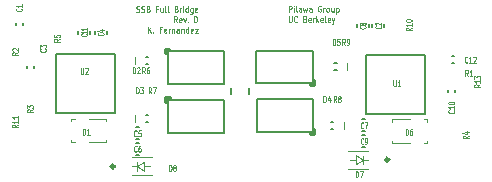
<source format=gbr>
G04 #@! TF.GenerationSoftware,KiCad,Pcbnew,(5.0.0)*
G04 #@! TF.CreationDate,2019-11-01T16:10:57-07:00*
G04 #@! TF.ProjectId,Buffer - Rev D,427566666572202D2052657620442E6B,rev?*
G04 #@! TF.SameCoordinates,Original*
G04 #@! TF.FileFunction,Legend,Top*
G04 #@! TF.FilePolarity,Positive*
%FSLAX46Y46*%
G04 Gerber Fmt 4.6, Leading zero omitted, Abs format (unit mm)*
G04 Created by KiCad (PCBNEW (5.0.0)) date 11/01/19 16:10:57*
%MOMM*%
%LPD*%
G01*
G04 APERTURE LIST*
%ADD10C,0.111125*%
%ADD11C,0.150000*%
%ADD12C,0.120000*%
%ADD13C,0.100000*%
%ADD14C,0.300000*%
%ADD15C,0.063500*%
G04 APERTURE END LIST*
D10*
X24409664Y14557752D02*
X24409664Y15065752D01*
X24578997Y15065752D01*
X24621331Y15041562D01*
X24642497Y15017371D01*
X24663664Y14968990D01*
X24663664Y14896419D01*
X24642497Y14848038D01*
X24621331Y14823847D01*
X24578997Y14799657D01*
X24409664Y14799657D01*
X24854164Y14557752D02*
X24854164Y14896419D01*
X24854164Y15065752D02*
X24832997Y15041562D01*
X24854164Y15017371D01*
X24875331Y15041562D01*
X24854164Y15065752D01*
X24854164Y15017371D01*
X25129331Y14557752D02*
X25086997Y14581942D01*
X25065831Y14630323D01*
X25065831Y15065752D01*
X25489164Y14557752D02*
X25489164Y14823847D01*
X25467997Y14872228D01*
X25425664Y14896419D01*
X25340997Y14896419D01*
X25298664Y14872228D01*
X25489164Y14581942D02*
X25446831Y14557752D01*
X25340997Y14557752D01*
X25298664Y14581942D01*
X25277497Y14630323D01*
X25277497Y14678704D01*
X25298664Y14727085D01*
X25340997Y14751276D01*
X25446831Y14751276D01*
X25489164Y14775466D01*
X25658497Y14896419D02*
X25743164Y14557752D01*
X25827831Y14799657D01*
X25912497Y14557752D01*
X25997164Y14896419D01*
X26356997Y14557752D02*
X26356997Y14823847D01*
X26335831Y14872228D01*
X26293497Y14896419D01*
X26208831Y14896419D01*
X26166497Y14872228D01*
X26356997Y14581942D02*
X26314664Y14557752D01*
X26208831Y14557752D01*
X26166497Y14581942D01*
X26145331Y14630323D01*
X26145331Y14678704D01*
X26166497Y14727085D01*
X26208831Y14751276D01*
X26314664Y14751276D01*
X26356997Y14775466D01*
X27140164Y15041562D02*
X27097831Y15065752D01*
X27034331Y15065752D01*
X26970831Y15041562D01*
X26928497Y14993181D01*
X26907331Y14944800D01*
X26886164Y14848038D01*
X26886164Y14775466D01*
X26907331Y14678704D01*
X26928497Y14630323D01*
X26970831Y14581942D01*
X27034331Y14557752D01*
X27076664Y14557752D01*
X27140164Y14581942D01*
X27161331Y14606133D01*
X27161331Y14775466D01*
X27076664Y14775466D01*
X27351831Y14557752D02*
X27351831Y14896419D01*
X27351831Y14799657D02*
X27372997Y14848038D01*
X27394164Y14872228D01*
X27436497Y14896419D01*
X27478831Y14896419D01*
X27690497Y14557752D02*
X27648164Y14581942D01*
X27626997Y14606133D01*
X27605831Y14654514D01*
X27605831Y14799657D01*
X27626997Y14848038D01*
X27648164Y14872228D01*
X27690497Y14896419D01*
X27753997Y14896419D01*
X27796331Y14872228D01*
X27817497Y14848038D01*
X27838664Y14799657D01*
X27838664Y14654514D01*
X27817497Y14606133D01*
X27796331Y14581942D01*
X27753997Y14557752D01*
X27690497Y14557752D01*
X28219664Y14896419D02*
X28219664Y14557752D01*
X28029164Y14896419D02*
X28029164Y14630323D01*
X28050331Y14581942D01*
X28092664Y14557752D01*
X28156164Y14557752D01*
X28198497Y14581942D01*
X28219664Y14606133D01*
X28431331Y14896419D02*
X28431331Y14388419D01*
X28431331Y14872228D02*
X28473664Y14896419D01*
X28558331Y14896419D01*
X28600664Y14872228D01*
X28621831Y14848038D01*
X28642997Y14799657D01*
X28642997Y14654514D01*
X28621831Y14606133D01*
X28600664Y14581942D01*
X28558331Y14557752D01*
X28473664Y14557752D01*
X28431331Y14581942D01*
X24409664Y14192627D02*
X24409664Y13781389D01*
X24430831Y13733008D01*
X24451997Y13708817D01*
X24494331Y13684627D01*
X24578997Y13684627D01*
X24621331Y13708817D01*
X24642497Y13733008D01*
X24663664Y13781389D01*
X24663664Y14192627D01*
X25129331Y13733008D02*
X25108164Y13708817D01*
X25044664Y13684627D01*
X25002331Y13684627D01*
X24938831Y13708817D01*
X24896497Y13757198D01*
X24875331Y13805579D01*
X24854164Y13902341D01*
X24854164Y13974913D01*
X24875331Y14071675D01*
X24896497Y14120056D01*
X24938831Y14168437D01*
X25002331Y14192627D01*
X25044664Y14192627D01*
X25108164Y14168437D01*
X25129331Y14144246D01*
X25806664Y13950722D02*
X25870164Y13926532D01*
X25891331Y13902341D01*
X25912497Y13853960D01*
X25912497Y13781389D01*
X25891331Y13733008D01*
X25870164Y13708817D01*
X25827831Y13684627D01*
X25658497Y13684627D01*
X25658497Y14192627D01*
X25806664Y14192627D01*
X25848997Y14168437D01*
X25870164Y14144246D01*
X25891331Y14095865D01*
X25891331Y14047484D01*
X25870164Y13999103D01*
X25848997Y13974913D01*
X25806664Y13950722D01*
X25658497Y13950722D01*
X26272331Y13708817D02*
X26229997Y13684627D01*
X26145331Y13684627D01*
X26102997Y13708817D01*
X26081831Y13757198D01*
X26081831Y13950722D01*
X26102997Y13999103D01*
X26145331Y14023294D01*
X26229997Y14023294D01*
X26272331Y13999103D01*
X26293497Y13950722D01*
X26293497Y13902341D01*
X26081831Y13853960D01*
X26483997Y13684627D02*
X26483997Y14023294D01*
X26483997Y13926532D02*
X26505164Y13974913D01*
X26526331Y13999103D01*
X26568664Y14023294D01*
X26610997Y14023294D01*
X26759164Y13684627D02*
X26759164Y14192627D01*
X26801497Y13878151D02*
X26928497Y13684627D01*
X26928497Y14023294D02*
X26759164Y13829770D01*
X27288331Y13708817D02*
X27245997Y13684627D01*
X27161331Y13684627D01*
X27118997Y13708817D01*
X27097831Y13757198D01*
X27097831Y13950722D01*
X27118997Y13999103D01*
X27161331Y14023294D01*
X27245997Y14023294D01*
X27288331Y13999103D01*
X27309497Y13950722D01*
X27309497Y13902341D01*
X27097831Y13853960D01*
X27563497Y13684627D02*
X27521164Y13708817D01*
X27499997Y13757198D01*
X27499997Y14192627D01*
X27902164Y13708817D02*
X27859831Y13684627D01*
X27775164Y13684627D01*
X27732831Y13708817D01*
X27711664Y13757198D01*
X27711664Y13950722D01*
X27732831Y13999103D01*
X27775164Y14023294D01*
X27859831Y14023294D01*
X27902164Y13999103D01*
X27923331Y13950722D01*
X27923331Y13902341D01*
X27711664Y13853960D01*
X28071497Y14023294D02*
X28177331Y13684627D01*
X28283164Y14023294D02*
X28177331Y13684627D01*
X28134997Y13563675D01*
X28113831Y13539484D01*
X28071497Y13515294D01*
X11531335Y14561305D02*
X11594835Y14537115D01*
X11700668Y14537115D01*
X11743002Y14561305D01*
X11764168Y14585496D01*
X11785335Y14633877D01*
X11785335Y14682258D01*
X11764168Y14730639D01*
X11743002Y14754829D01*
X11700668Y14779020D01*
X11616002Y14803210D01*
X11573668Y14827401D01*
X11552502Y14851591D01*
X11531335Y14899972D01*
X11531335Y14948353D01*
X11552502Y14996734D01*
X11573668Y15020925D01*
X11616002Y15045115D01*
X11721835Y15045115D01*
X11785335Y15020925D01*
X11954668Y14561305D02*
X12018168Y14537115D01*
X12124002Y14537115D01*
X12166335Y14561305D01*
X12187502Y14585496D01*
X12208668Y14633877D01*
X12208668Y14682258D01*
X12187502Y14730639D01*
X12166335Y14754829D01*
X12124002Y14779020D01*
X12039335Y14803210D01*
X11997002Y14827401D01*
X11975835Y14851591D01*
X11954668Y14899972D01*
X11954668Y14948353D01*
X11975835Y14996734D01*
X11997002Y15020925D01*
X12039335Y15045115D01*
X12145168Y15045115D01*
X12208668Y15020925D01*
X12547335Y14803210D02*
X12610835Y14779020D01*
X12632002Y14754829D01*
X12653168Y14706448D01*
X12653168Y14633877D01*
X12632002Y14585496D01*
X12610835Y14561305D01*
X12568502Y14537115D01*
X12399168Y14537115D01*
X12399168Y15045115D01*
X12547335Y15045115D01*
X12589668Y15020925D01*
X12610835Y14996734D01*
X12632002Y14948353D01*
X12632002Y14899972D01*
X12610835Y14851591D01*
X12589668Y14827401D01*
X12547335Y14803210D01*
X12399168Y14803210D01*
X13330502Y14803210D02*
X13182335Y14803210D01*
X13182335Y14537115D02*
X13182335Y15045115D01*
X13394002Y15045115D01*
X13753835Y14875782D02*
X13753835Y14537115D01*
X13563335Y14875782D02*
X13563335Y14609686D01*
X13584502Y14561305D01*
X13626835Y14537115D01*
X13690335Y14537115D01*
X13732668Y14561305D01*
X13753835Y14585496D01*
X14029002Y14537115D02*
X13986668Y14561305D01*
X13965502Y14609686D01*
X13965502Y15045115D01*
X14261835Y14537115D02*
X14219502Y14561305D01*
X14198335Y14609686D01*
X14198335Y15045115D01*
X14918002Y14803210D02*
X14981502Y14779020D01*
X15002668Y14754829D01*
X15023835Y14706448D01*
X15023835Y14633877D01*
X15002668Y14585496D01*
X14981502Y14561305D01*
X14939168Y14537115D01*
X14769835Y14537115D01*
X14769835Y15045115D01*
X14918002Y15045115D01*
X14960335Y15020925D01*
X14981502Y14996734D01*
X15002668Y14948353D01*
X15002668Y14899972D01*
X14981502Y14851591D01*
X14960335Y14827401D01*
X14918002Y14803210D01*
X14769835Y14803210D01*
X15214335Y14537115D02*
X15214335Y14875782D01*
X15214335Y14779020D02*
X15235502Y14827401D01*
X15256668Y14851591D01*
X15299002Y14875782D01*
X15341335Y14875782D01*
X15489502Y14537115D02*
X15489502Y14875782D01*
X15489502Y15045115D02*
X15468335Y15020925D01*
X15489502Y14996734D01*
X15510668Y15020925D01*
X15489502Y15045115D01*
X15489502Y14996734D01*
X15891668Y14537115D02*
X15891668Y15045115D01*
X15891668Y14561305D02*
X15849335Y14537115D01*
X15764668Y14537115D01*
X15722335Y14561305D01*
X15701168Y14585496D01*
X15680002Y14633877D01*
X15680002Y14779020D01*
X15701168Y14827401D01*
X15722335Y14851591D01*
X15764668Y14875782D01*
X15849335Y14875782D01*
X15891668Y14851591D01*
X16293835Y14875782D02*
X16293835Y14464544D01*
X16272668Y14416163D01*
X16251502Y14391972D01*
X16209168Y14367782D01*
X16145668Y14367782D01*
X16103335Y14391972D01*
X16293835Y14561305D02*
X16251502Y14537115D01*
X16166835Y14537115D01*
X16124502Y14561305D01*
X16103335Y14585496D01*
X16082168Y14633877D01*
X16082168Y14779020D01*
X16103335Y14827401D01*
X16124502Y14851591D01*
X16166835Y14875782D01*
X16251502Y14875782D01*
X16293835Y14851591D01*
X16674835Y14561305D02*
X16632502Y14537115D01*
X16547835Y14537115D01*
X16505502Y14561305D01*
X16484335Y14609686D01*
X16484335Y14803210D01*
X16505502Y14851591D01*
X16547835Y14875782D01*
X16632502Y14875782D01*
X16674835Y14851591D01*
X16696002Y14803210D01*
X16696002Y14754829D01*
X16484335Y14706448D01*
X14981502Y13663990D02*
X14833335Y13905895D01*
X14727502Y13663990D02*
X14727502Y14171990D01*
X14896835Y14171990D01*
X14939168Y14147800D01*
X14960335Y14123609D01*
X14981502Y14075228D01*
X14981502Y14002657D01*
X14960335Y13954276D01*
X14939168Y13930085D01*
X14896835Y13905895D01*
X14727502Y13905895D01*
X15341335Y13688180D02*
X15299002Y13663990D01*
X15214335Y13663990D01*
X15172002Y13688180D01*
X15150835Y13736561D01*
X15150835Y13930085D01*
X15172002Y13978466D01*
X15214335Y14002657D01*
X15299002Y14002657D01*
X15341335Y13978466D01*
X15362502Y13930085D01*
X15362502Y13881704D01*
X15150835Y13833323D01*
X15510668Y14002657D02*
X15616502Y13663990D01*
X15722335Y14002657D01*
X15891668Y13712371D02*
X15912835Y13688180D01*
X15891668Y13663990D01*
X15870502Y13688180D01*
X15891668Y13712371D01*
X15891668Y13663990D01*
X16442002Y13663990D02*
X16442002Y14171990D01*
X16547835Y14171990D01*
X16611335Y14147800D01*
X16653668Y14099419D01*
X16674835Y14051038D01*
X16696002Y13954276D01*
X16696002Y13881704D01*
X16674835Y13784942D01*
X16653668Y13736561D01*
X16611335Y13688180D01*
X16547835Y13663990D01*
X16442002Y13663990D01*
X12505002Y12790865D02*
X12505002Y13298865D01*
X12759002Y12790865D02*
X12568502Y13081151D01*
X12759002Y13298865D02*
X12505002Y13008579D01*
X12949502Y12839246D02*
X12970668Y12815055D01*
X12949502Y12790865D01*
X12928335Y12815055D01*
X12949502Y12839246D01*
X12949502Y12790865D01*
X13648002Y13056960D02*
X13499835Y13056960D01*
X13499835Y12790865D02*
X13499835Y13298865D01*
X13711502Y13298865D01*
X14050168Y12815055D02*
X14007835Y12790865D01*
X13923168Y12790865D01*
X13880835Y12815055D01*
X13859668Y12863436D01*
X13859668Y13056960D01*
X13880835Y13105341D01*
X13923168Y13129532D01*
X14007835Y13129532D01*
X14050168Y13105341D01*
X14071335Y13056960D01*
X14071335Y13008579D01*
X13859668Y12960198D01*
X14261835Y12790865D02*
X14261835Y13129532D01*
X14261835Y13032770D02*
X14283002Y13081151D01*
X14304168Y13105341D01*
X14346502Y13129532D01*
X14388835Y13129532D01*
X14537002Y13129532D02*
X14537002Y12790865D01*
X14537002Y13081151D02*
X14558168Y13105341D01*
X14600502Y13129532D01*
X14664002Y13129532D01*
X14706335Y13105341D01*
X14727502Y13056960D01*
X14727502Y12790865D01*
X15129668Y12790865D02*
X15129668Y13056960D01*
X15108502Y13105341D01*
X15066168Y13129532D01*
X14981502Y13129532D01*
X14939168Y13105341D01*
X15129668Y12815055D02*
X15087335Y12790865D01*
X14981502Y12790865D01*
X14939168Y12815055D01*
X14918002Y12863436D01*
X14918002Y12911817D01*
X14939168Y12960198D01*
X14981502Y12984389D01*
X15087335Y12984389D01*
X15129668Y13008579D01*
X15341335Y13129532D02*
X15341335Y12790865D01*
X15341335Y13081151D02*
X15362502Y13105341D01*
X15404835Y13129532D01*
X15468335Y13129532D01*
X15510668Y13105341D01*
X15531835Y13056960D01*
X15531835Y12790865D01*
X15934002Y12790865D02*
X15934002Y13298865D01*
X15934002Y12815055D02*
X15891668Y12790865D01*
X15807002Y12790865D01*
X15764668Y12815055D01*
X15743502Y12839246D01*
X15722335Y12887627D01*
X15722335Y13032770D01*
X15743502Y13081151D01*
X15764668Y13105341D01*
X15807002Y13129532D01*
X15891668Y13129532D01*
X15934002Y13105341D01*
X16315002Y12815055D02*
X16272668Y12790865D01*
X16188002Y12790865D01*
X16145668Y12815055D01*
X16124502Y12863436D01*
X16124502Y13056960D01*
X16145668Y13105341D01*
X16188002Y13129532D01*
X16272668Y13129532D01*
X16315002Y13105341D01*
X16336168Y13056960D01*
X16336168Y13008579D01*
X16124502Y12960198D01*
X16484335Y13129532D02*
X16717168Y13129532D01*
X16484335Y12790865D01*
X16717168Y12790865D01*
D11*
G04 #@! TO.C,U2*
X9729000Y11000000D02*
X9729000Y6000000D01*
X4729000Y11000000D02*
X4729000Y6000000D01*
X9729000Y11000000D02*
X4729000Y11000000D01*
X9729000Y6000000D02*
X4729000Y6000000D01*
G04 #@! TO.C,C8*
X30185185Y13530941D02*
X30185185Y13276941D01*
X31201185Y13530941D02*
X31201185Y13276941D01*
G04 #@! TO.C,C4*
X9017000Y12954000D02*
X9017000Y12700000D01*
X8001000Y12954000D02*
X8001000Y12700000D01*
G04 #@! TO.C,C2*
X31455185Y13530941D02*
X31455185Y13276941D01*
X32471185Y13530941D02*
X32471185Y13276941D01*
G04 #@! TO.C,C11*
X7620000Y12954000D02*
X7620000Y12700000D01*
X6604000Y12954000D02*
X6604000Y12700000D01*
G04 #@! TO.C,0.47uF1*
X19545300Y7632700D02*
X19545300Y8140700D01*
X21069300Y7632700D02*
X21069300Y8140700D01*
D12*
G04 #@! TO.C,D8*
X11176000Y2222500D02*
X12827000Y2222500D01*
X11176000Y698500D02*
X12827000Y698500D01*
D13*
X11188000Y1460500D02*
X11588000Y1460500D01*
X11588000Y1460500D02*
X11588000Y1810500D01*
X11588000Y1460500D02*
X11588000Y1110500D01*
X11588000Y1460500D02*
X12188000Y1860500D01*
X12188000Y1860500D02*
X12188000Y1060500D01*
X12188000Y1060500D02*
X11588000Y1460500D01*
X12188000Y1460500D02*
X12688000Y1460500D01*
D14*
X9652000Y1460500D02*
G75*
G03X9652000Y1460500I-127000J0D01*
G01*
D12*
G04 #@! TO.C,D7*
X31115000Y1270000D02*
X29464000Y1270000D01*
X31115000Y2794000D02*
X29464000Y2794000D01*
D13*
X31103000Y2032000D02*
X30703000Y2032000D01*
X30703000Y2032000D02*
X30703000Y1682000D01*
X30703000Y2032000D02*
X30703000Y2382000D01*
X30703000Y2032000D02*
X30103000Y1632000D01*
X30103000Y1632000D02*
X30103000Y2432000D01*
X30103000Y2432000D02*
X30703000Y2032000D01*
X30103000Y2032000D02*
X29603000Y2032000D01*
D14*
X32893000Y2032000D02*
G75*
G03X32893000Y2032000I-127000J0D01*
G01*
D11*
G04 #@! TO.C,U1*
X30975300Y5918200D02*
X30975300Y10918200D01*
X35975300Y5918200D02*
X35975300Y10918200D01*
X30975300Y5918200D02*
X35975300Y5918200D01*
X30975300Y10918200D02*
X35975300Y10918200D01*
G04 #@! TO.C,C1*
X1900000Y13600000D02*
X1900000Y13400000D01*
X1300000Y13600000D02*
X1300000Y13400000D01*
G04 #@! TO.C,C3*
X2300000Y10006000D02*
X2300000Y9806000D01*
X2900000Y10006000D02*
X2900000Y9806000D01*
G04 #@! TO.C,C5*
X11482561Y4767246D02*
X11736561Y4767246D01*
X11482561Y3751246D02*
X11736561Y3751246D01*
G04 #@! TO.C,C6*
X11468693Y3429000D02*
X11722693Y3429000D01*
X11468693Y2413000D02*
X11722693Y2413000D01*
G04 #@! TO.C,C7*
X30911800Y4470400D02*
X30657800Y4470400D01*
X30911800Y5486400D02*
X30657800Y5486400D01*
G04 #@! TO.C,C9*
X30911800Y3124200D02*
X30657800Y3124200D01*
X30911800Y4140200D02*
X30657800Y4140200D01*
G04 #@! TO.C,C10*
X37927000Y7774000D02*
X37927000Y7974000D01*
X38527000Y7774000D02*
X38527000Y7974000D01*
G04 #@! TO.C,C12*
X38254000Y10841000D02*
X38454000Y10841000D01*
X38254000Y10241000D02*
X38454000Y10241000D01*
G04 #@! TO.C,D2*
X12300000Y10700000D02*
X12500000Y10700000D01*
X12300000Y10100000D02*
X12500000Y10100000D01*
D12*
X11400000Y10700000D02*
X11400000Y10100000D01*
D11*
G04 #@! TO.C,D3*
X12300000Y5827000D02*
X12500000Y5827000D01*
X12300000Y5227000D02*
X12500000Y5227000D01*
D12*
X11400000Y5827000D02*
X11400000Y5227000D01*
D11*
G04 #@! TO.C,D4*
X28200000Y4600000D02*
X28000000Y4600000D01*
X28200000Y5200000D02*
X28000000Y5200000D01*
D12*
X29100000Y4600000D02*
X29100000Y5200000D01*
D11*
G04 #@! TO.C,D5*
X28500000Y9600000D02*
X28300000Y9600000D01*
X28500000Y10200000D02*
X28300000Y10200000D01*
D12*
X29400000Y9600000D02*
X29400000Y10200000D01*
D11*
G04 #@! TO.C,Q1*
X14186193Y4325042D02*
X14186193Y7075042D01*
X14186193Y7075042D02*
X18936193Y7075042D01*
X18936193Y4325042D02*
X14186193Y4325042D01*
X18936193Y7075042D02*
X18936193Y4325042D01*
X14186193Y6925042D02*
X14186193Y7150042D01*
X14036193Y6925042D02*
X14186193Y6925042D01*
D14*
X14036193Y7225042D02*
X14036193Y6925042D01*
X14336193Y7225042D02*
X14036193Y7225042D01*
D11*
X14336193Y7075042D02*
X14336193Y7225042D01*
X14186193Y7075042D02*
X14336193Y7075042D01*
X14036193Y6850042D02*
X14161193Y6850042D01*
X14411193Y7225042D02*
X14411193Y7100042D01*
G04 #@! TO.C,Q2*
X14173493Y8447342D02*
X14173493Y11197342D01*
X14173493Y11197342D02*
X18923493Y11197342D01*
X18923493Y8447342D02*
X14173493Y8447342D01*
X18923493Y11197342D02*
X18923493Y8447342D01*
X14173493Y11047342D02*
X14173493Y11272342D01*
X14023493Y11047342D02*
X14173493Y11047342D01*
D14*
X14023493Y11347342D02*
X14023493Y11047342D01*
X14323493Y11347342D02*
X14023493Y11347342D01*
D11*
X14323493Y11197342D02*
X14323493Y11347342D01*
X14173493Y11197342D02*
X14323493Y11197342D01*
X14023493Y10972342D02*
X14148493Y10972342D01*
X14398493Y11347342D02*
X14398493Y11222342D01*
G04 #@! TO.C,Q3*
X26454200Y7138542D02*
X26454200Y4388542D01*
X26454200Y4388542D02*
X21704200Y4388542D01*
X21704200Y7138542D02*
X26454200Y7138542D01*
X21704200Y4388542D02*
X21704200Y7138542D01*
X26454200Y4538542D02*
X26454200Y4313542D01*
X26604200Y4538542D02*
X26454200Y4538542D01*
D14*
X26604200Y4238542D02*
X26604200Y4538542D01*
X26304200Y4238542D02*
X26604200Y4238542D01*
D11*
X26304200Y4388542D02*
X26304200Y4238542D01*
X26454200Y4388542D02*
X26304200Y4388542D01*
X26604200Y4613542D02*
X26479200Y4613542D01*
X26229200Y4238542D02*
X26229200Y4363542D01*
G04 #@! TO.C,Q4*
X26442793Y11260842D02*
X26442793Y8510842D01*
X26442793Y8510842D02*
X21692793Y8510842D01*
X21692793Y11260842D02*
X26442793Y11260842D01*
X21692793Y8510842D02*
X21692793Y11260842D01*
X26442793Y8660842D02*
X26442793Y8435842D01*
X26592793Y8660842D02*
X26442793Y8660842D01*
D14*
X26592793Y8360842D02*
X26592793Y8660842D01*
X26292793Y8360842D02*
X26592793Y8360842D01*
D11*
X26292793Y8510842D02*
X26292793Y8360842D01*
X26442793Y8510842D02*
X26292793Y8510842D01*
X26592793Y8735842D02*
X26467793Y8735842D01*
X26217793Y8360842D02*
X26217793Y8485842D01*
D13*
G04 #@! TO.C,D1*
X8693000Y5508500D02*
X7493000Y5508500D01*
X8693000Y3508500D02*
X7493000Y3508500D01*
X8993000Y5308500D02*
X8993000Y5508500D01*
X8993000Y5508500D02*
X8693000Y5508500D01*
X5993000Y5308500D02*
X5993000Y5508500D01*
X5993000Y5508500D02*
X6293000Y5508500D01*
X6293000Y3508500D02*
X5993000Y3508500D01*
X5993000Y3508500D02*
X5993000Y3708500D01*
X8993000Y3708500D02*
X8993000Y3508500D01*
X8993000Y3508500D02*
X8693000Y3508500D01*
G04 #@! TO.C,D6*
X33471000Y3445000D02*
X34671000Y3445000D01*
X33471000Y5445000D02*
X34671000Y5445000D01*
X33171000Y3645000D02*
X33171000Y3445000D01*
X33171000Y3445000D02*
X33471000Y3445000D01*
X36171000Y3645000D02*
X36171000Y3445000D01*
X36171000Y3445000D02*
X35871000Y3445000D01*
X35871000Y5445000D02*
X36171000Y5445000D01*
X36171000Y5445000D02*
X36171000Y5245000D01*
X33171000Y5245000D02*
X33171000Y5445000D01*
X33171000Y5445000D02*
X33471000Y5445000D01*
G04 #@! TO.C,U2*
D15*
X6821714Y9803190D02*
X6821714Y9391952D01*
X6839857Y9343571D01*
X6858000Y9319380D01*
X6894285Y9295190D01*
X6966857Y9295190D01*
X7003142Y9319380D01*
X7021285Y9343571D01*
X7039428Y9391952D01*
X7039428Y9803190D01*
X7202714Y9754809D02*
X7220857Y9779000D01*
X7257142Y9803190D01*
X7347857Y9803190D01*
X7384142Y9779000D01*
X7402285Y9754809D01*
X7420428Y9706428D01*
X7420428Y9658047D01*
X7402285Y9585476D01*
X7184571Y9295190D01*
X7420428Y9295190D01*
G04 #@! TO.C,C8*
X30890028Y13332883D02*
X30914219Y13317764D01*
X30938409Y13272407D01*
X30938409Y13242169D01*
X30914219Y13196811D01*
X30865838Y13166573D01*
X30817457Y13151454D01*
X30720695Y13136335D01*
X30648123Y13136335D01*
X30551361Y13151454D01*
X30502980Y13166573D01*
X30454600Y13196811D01*
X30430409Y13242169D01*
X30430409Y13272407D01*
X30454600Y13317764D01*
X30478790Y13332883D01*
X30648123Y13514311D02*
X30623933Y13484073D01*
X30599742Y13468954D01*
X30551361Y13453835D01*
X30527171Y13453835D01*
X30478790Y13468954D01*
X30454600Y13484073D01*
X30430409Y13514311D01*
X30430409Y13574788D01*
X30454600Y13605026D01*
X30478790Y13620145D01*
X30527171Y13635264D01*
X30551361Y13635264D01*
X30599742Y13620145D01*
X30623933Y13605026D01*
X30648123Y13574788D01*
X30648123Y13514311D01*
X30672314Y13484073D01*
X30696504Y13468954D01*
X30744885Y13453835D01*
X30841647Y13453835D01*
X30890028Y13468954D01*
X30914219Y13484073D01*
X30938409Y13514311D01*
X30938409Y13574788D01*
X30914219Y13605026D01*
X30890028Y13620145D01*
X30841647Y13635264D01*
X30744885Y13635264D01*
X30696504Y13620145D01*
X30672314Y13605026D01*
X30648123Y13574788D01*
G04 #@! TO.C,C4*
X8715828Y12761383D02*
X8740019Y12746264D01*
X8764209Y12700907D01*
X8764209Y12670669D01*
X8740019Y12625311D01*
X8691638Y12595073D01*
X8643257Y12579954D01*
X8546495Y12564835D01*
X8473923Y12564835D01*
X8377161Y12579954D01*
X8328780Y12595073D01*
X8280400Y12625311D01*
X8256209Y12670669D01*
X8256209Y12700907D01*
X8280400Y12746264D01*
X8304590Y12761383D01*
X8425542Y13033526D02*
X8764209Y13033526D01*
X8232019Y12957930D02*
X8594876Y12882335D01*
X8594876Y13078883D01*
G04 #@! TO.C,C2*
X32223528Y13345583D02*
X32247719Y13330464D01*
X32271909Y13285107D01*
X32271909Y13254869D01*
X32247719Y13209511D01*
X32199338Y13179273D01*
X32150957Y13164154D01*
X32054195Y13149035D01*
X31981623Y13149035D01*
X31884861Y13164154D01*
X31836480Y13179273D01*
X31788100Y13209511D01*
X31763909Y13254869D01*
X31763909Y13285107D01*
X31788100Y13330464D01*
X31812290Y13345583D01*
X31812290Y13466535D02*
X31788100Y13481654D01*
X31763909Y13511892D01*
X31763909Y13587488D01*
X31788100Y13617726D01*
X31812290Y13632845D01*
X31860671Y13647964D01*
X31909052Y13647964D01*
X31981623Y13632845D01*
X32271909Y13451416D01*
X32271909Y13647964D01*
G04 #@! TO.C,C11*
X7293428Y12676414D02*
X7317619Y12664319D01*
X7341809Y12628033D01*
X7341809Y12603842D01*
X7317619Y12567557D01*
X7269238Y12543366D01*
X7220857Y12531271D01*
X7124095Y12519176D01*
X7051523Y12519176D01*
X6954761Y12531271D01*
X6906380Y12543366D01*
X6858000Y12567557D01*
X6833809Y12603842D01*
X6833809Y12628033D01*
X6858000Y12664319D01*
X6882190Y12676414D01*
X7341809Y12918319D02*
X7341809Y12773176D01*
X7341809Y12845747D02*
X6833809Y12845747D01*
X6906380Y12821557D01*
X6954761Y12797366D01*
X6978952Y12773176D01*
X7341809Y13160223D02*
X7341809Y13015080D01*
X7341809Y13087652D02*
X6833809Y13087652D01*
X6906380Y13063461D01*
X6954761Y13039271D01*
X6978952Y13015080D01*
G04 #@! TO.C,R11*
X1512509Y5012871D02*
X1270604Y4885871D01*
X1512509Y4795157D02*
X1004509Y4795157D01*
X1004509Y4940300D01*
X1028700Y4976585D01*
X1052890Y4994728D01*
X1101271Y5012871D01*
X1173842Y5012871D01*
X1222223Y4994728D01*
X1246414Y4976585D01*
X1270604Y4940300D01*
X1270604Y4795157D01*
X1512509Y5375728D02*
X1512509Y5158014D01*
X1512509Y5266871D02*
X1004509Y5266871D01*
X1077080Y5230585D01*
X1125461Y5194300D01*
X1149652Y5158014D01*
X1512509Y5738585D02*
X1512509Y5520871D01*
X1512509Y5629728D02*
X1004509Y5629728D01*
X1077080Y5593442D01*
X1125461Y5557157D01*
X1149652Y5520871D01*
G04 #@! TO.C,R4*
X39650609Y4051300D02*
X39408704Y3924300D01*
X39650609Y3833585D02*
X39142609Y3833585D01*
X39142609Y3978728D01*
X39166800Y4015014D01*
X39190990Y4033157D01*
X39239371Y4051300D01*
X39311942Y4051300D01*
X39360323Y4033157D01*
X39384514Y4015014D01*
X39408704Y3978728D01*
X39408704Y3833585D01*
X39311942Y4377871D02*
X39650609Y4377871D01*
X39118419Y4287157D02*
X39481276Y4196442D01*
X39481276Y4432300D01*
G04 #@! TO.C,D8*
X14285685Y1078290D02*
X14285685Y1586290D01*
X14376400Y1586290D01*
X14430828Y1562100D01*
X14467114Y1513719D01*
X14485257Y1465338D01*
X14503400Y1368576D01*
X14503400Y1296004D01*
X14485257Y1199242D01*
X14467114Y1150861D01*
X14430828Y1102480D01*
X14376400Y1078290D01*
X14285685Y1078290D01*
X14721114Y1368576D02*
X14684828Y1392766D01*
X14666685Y1416957D01*
X14648542Y1465338D01*
X14648542Y1489528D01*
X14666685Y1537909D01*
X14684828Y1562100D01*
X14721114Y1586290D01*
X14793685Y1586290D01*
X14829971Y1562100D01*
X14848114Y1537909D01*
X14866257Y1489528D01*
X14866257Y1465338D01*
X14848114Y1416957D01*
X14829971Y1392766D01*
X14793685Y1368576D01*
X14721114Y1368576D01*
X14684828Y1344385D01*
X14666685Y1320195D01*
X14648542Y1271814D01*
X14648542Y1175052D01*
X14666685Y1126671D01*
X14684828Y1102480D01*
X14721114Y1078290D01*
X14793685Y1078290D01*
X14829971Y1102480D01*
X14848114Y1126671D01*
X14866257Y1175052D01*
X14866257Y1271814D01*
X14848114Y1320195D01*
X14829971Y1344385D01*
X14793685Y1368576D01*
G04 #@! TO.C,D7*
X30097185Y544890D02*
X30097185Y1052890D01*
X30187900Y1052890D01*
X30242328Y1028700D01*
X30278614Y980319D01*
X30296757Y931938D01*
X30314900Y835176D01*
X30314900Y762604D01*
X30296757Y665842D01*
X30278614Y617461D01*
X30242328Y569080D01*
X30187900Y544890D01*
X30097185Y544890D01*
X30441900Y1052890D02*
X30695900Y1052890D01*
X30532614Y544890D01*
G04 #@! TO.C,U1*
X33288514Y8774490D02*
X33288514Y8363252D01*
X33306657Y8314871D01*
X33324800Y8290680D01*
X33361085Y8266490D01*
X33433657Y8266490D01*
X33469942Y8290680D01*
X33488085Y8314871D01*
X33506228Y8363252D01*
X33506228Y8774490D01*
X33887228Y8266490D02*
X33669514Y8266490D01*
X33778371Y8266490D02*
X33778371Y8774490D01*
X33742085Y8701919D01*
X33705800Y8653538D01*
X33669514Y8629347D01*
G04 #@! TO.C,C1*
X1781428Y14833500D02*
X1805619Y14815357D01*
X1829809Y14760928D01*
X1829809Y14724642D01*
X1805619Y14670214D01*
X1757238Y14633928D01*
X1708857Y14615785D01*
X1612095Y14597642D01*
X1539523Y14597642D01*
X1442761Y14615785D01*
X1394380Y14633928D01*
X1346000Y14670214D01*
X1321809Y14724642D01*
X1321809Y14760928D01*
X1346000Y14815357D01*
X1370190Y14833500D01*
X1829809Y15196357D02*
X1829809Y14978642D01*
X1829809Y15087500D02*
X1321809Y15087500D01*
X1394380Y15051214D01*
X1442761Y15014928D01*
X1466952Y14978642D01*
G04 #@! TO.C,C3*
X3826328Y11404600D02*
X3850519Y11386457D01*
X3874709Y11332028D01*
X3874709Y11295742D01*
X3850519Y11241314D01*
X3802138Y11205028D01*
X3753757Y11186885D01*
X3656995Y11168742D01*
X3584423Y11168742D01*
X3487661Y11186885D01*
X3439280Y11205028D01*
X3390900Y11241314D01*
X3366709Y11295742D01*
X3366709Y11332028D01*
X3390900Y11386457D01*
X3415090Y11404600D01*
X3366709Y11531600D02*
X3366709Y11767457D01*
X3560233Y11640457D01*
X3560233Y11694885D01*
X3584423Y11731171D01*
X3608614Y11749314D01*
X3656995Y11767457D01*
X3777947Y11767457D01*
X3826328Y11749314D01*
X3850519Y11731171D01*
X3874709Y11694885D01*
X3874709Y11586028D01*
X3850519Y11549742D01*
X3826328Y11531600D01*
G04 #@! TO.C,C5*
X11544300Y4047671D02*
X11526157Y4023480D01*
X11471728Y3999290D01*
X11435442Y3999290D01*
X11381014Y4023480D01*
X11344728Y4071861D01*
X11326585Y4120242D01*
X11308442Y4217004D01*
X11308442Y4289576D01*
X11326585Y4386338D01*
X11344728Y4434719D01*
X11381014Y4483100D01*
X11435442Y4507290D01*
X11471728Y4507290D01*
X11526157Y4483100D01*
X11544300Y4458909D01*
X11889014Y4507290D02*
X11707585Y4507290D01*
X11689442Y4265385D01*
X11707585Y4289576D01*
X11743871Y4313766D01*
X11834585Y4313766D01*
X11870871Y4289576D01*
X11889014Y4265385D01*
X11907157Y4217004D01*
X11907157Y4096052D01*
X11889014Y4047671D01*
X11870871Y4023480D01*
X11834585Y3999290D01*
X11743871Y3999290D01*
X11707585Y4023480D01*
X11689442Y4047671D01*
G04 #@! TO.C,C6*
X11544300Y2752271D02*
X11526157Y2728080D01*
X11471728Y2703890D01*
X11435442Y2703890D01*
X11381014Y2728080D01*
X11344728Y2776461D01*
X11326585Y2824842D01*
X11308442Y2921604D01*
X11308442Y2994176D01*
X11326585Y3090938D01*
X11344728Y3139319D01*
X11381014Y3187700D01*
X11435442Y3211890D01*
X11471728Y3211890D01*
X11526157Y3187700D01*
X11544300Y3163509D01*
X11870871Y3211890D02*
X11798300Y3211890D01*
X11762014Y3187700D01*
X11743871Y3163509D01*
X11707585Y3090938D01*
X11689442Y2994176D01*
X11689442Y2800652D01*
X11707585Y2752271D01*
X11725728Y2728080D01*
X11762014Y2703890D01*
X11834585Y2703890D01*
X11870871Y2728080D01*
X11889014Y2752271D01*
X11907157Y2800652D01*
X11907157Y2921604D01*
X11889014Y2969985D01*
X11870871Y2994176D01*
X11834585Y3018366D01*
X11762014Y3018366D01*
X11725728Y2994176D01*
X11707585Y2969985D01*
X11689442Y2921604D01*
G04 #@! TO.C,C7*
X30744583Y4733471D02*
X30729464Y4709280D01*
X30684107Y4685090D01*
X30653869Y4685090D01*
X30608511Y4709280D01*
X30578273Y4757661D01*
X30563154Y4806042D01*
X30548035Y4902804D01*
X30548035Y4975376D01*
X30563154Y5072138D01*
X30578273Y5120519D01*
X30608511Y5168900D01*
X30653869Y5193090D01*
X30684107Y5193090D01*
X30729464Y5168900D01*
X30744583Y5144709D01*
X30850416Y5193090D02*
X31062083Y5193090D01*
X30926011Y4685090D01*
G04 #@! TO.C,C9*
X30744583Y3399971D02*
X30729464Y3375780D01*
X30684107Y3351590D01*
X30653869Y3351590D01*
X30608511Y3375780D01*
X30578273Y3424161D01*
X30563154Y3472542D01*
X30548035Y3569304D01*
X30548035Y3641876D01*
X30563154Y3738638D01*
X30578273Y3787019D01*
X30608511Y3835400D01*
X30653869Y3859590D01*
X30684107Y3859590D01*
X30729464Y3835400D01*
X30744583Y3811209D01*
X30895773Y3351590D02*
X30956250Y3351590D01*
X30986488Y3375780D01*
X31001607Y3399971D01*
X31031845Y3472542D01*
X31046964Y3569304D01*
X31046964Y3762828D01*
X31031845Y3811209D01*
X31016726Y3835400D01*
X30986488Y3859590D01*
X30926011Y3859590D01*
X30895773Y3835400D01*
X30880654Y3811209D01*
X30865535Y3762828D01*
X30865535Y3641876D01*
X30880654Y3593495D01*
X30895773Y3569304D01*
X30926011Y3545114D01*
X30986488Y3545114D01*
X31016726Y3569304D01*
X31031845Y3593495D01*
X31046964Y3641876D01*
G04 #@! TO.C,C10*
X38408428Y6219371D02*
X38432619Y6201228D01*
X38456809Y6146800D01*
X38456809Y6110514D01*
X38432619Y6056085D01*
X38384238Y6019800D01*
X38335857Y6001657D01*
X38239095Y5983514D01*
X38166523Y5983514D01*
X38069761Y6001657D01*
X38021380Y6019800D01*
X37973000Y6056085D01*
X37948809Y6110514D01*
X37948809Y6146800D01*
X37973000Y6201228D01*
X37997190Y6219371D01*
X38456809Y6582228D02*
X38456809Y6364514D01*
X38456809Y6473371D02*
X37948809Y6473371D01*
X38021380Y6437085D01*
X38069761Y6400800D01*
X38093952Y6364514D01*
X37948809Y6818085D02*
X37948809Y6854371D01*
X37973000Y6890657D01*
X37997190Y6908800D01*
X38045571Y6926942D01*
X38142333Y6945085D01*
X38263285Y6945085D01*
X38360047Y6926942D01*
X38408428Y6908800D01*
X38432619Y6890657D01*
X38456809Y6854371D01*
X38456809Y6818085D01*
X38432619Y6781800D01*
X38408428Y6763657D01*
X38360047Y6745514D01*
X38263285Y6727371D01*
X38142333Y6727371D01*
X38045571Y6745514D01*
X37997190Y6763657D01*
X37973000Y6781800D01*
X37948809Y6818085D01*
G04 #@! TO.C,C12*
X39556871Y10308771D02*
X39538728Y10284580D01*
X39484300Y10260390D01*
X39448014Y10260390D01*
X39393585Y10284580D01*
X39357300Y10332961D01*
X39339157Y10381342D01*
X39321014Y10478104D01*
X39321014Y10550676D01*
X39339157Y10647438D01*
X39357300Y10695819D01*
X39393585Y10744200D01*
X39448014Y10768390D01*
X39484300Y10768390D01*
X39538728Y10744200D01*
X39556871Y10720009D01*
X39919728Y10260390D02*
X39702014Y10260390D01*
X39810871Y10260390D02*
X39810871Y10768390D01*
X39774585Y10695819D01*
X39738300Y10647438D01*
X39702014Y10623247D01*
X40064871Y10720009D02*
X40083014Y10744200D01*
X40119300Y10768390D01*
X40210014Y10768390D01*
X40246300Y10744200D01*
X40264442Y10720009D01*
X40282585Y10671628D01*
X40282585Y10623247D01*
X40264442Y10550676D01*
X40046728Y10260390D01*
X40282585Y10260390D01*
G04 #@! TO.C,D2*
X11224985Y9333290D02*
X11224985Y9841290D01*
X11315700Y9841290D01*
X11370128Y9817100D01*
X11406414Y9768719D01*
X11424557Y9720338D01*
X11442700Y9623576D01*
X11442700Y9551004D01*
X11424557Y9454242D01*
X11406414Y9405861D01*
X11370128Y9357480D01*
X11315700Y9333290D01*
X11224985Y9333290D01*
X11587842Y9792909D02*
X11605985Y9817100D01*
X11642271Y9841290D01*
X11732985Y9841290D01*
X11769271Y9817100D01*
X11787414Y9792909D01*
X11805557Y9744528D01*
X11805557Y9696147D01*
X11787414Y9623576D01*
X11569700Y9333290D01*
X11805557Y9333290D01*
G04 #@! TO.C,D3*
X11517085Y7656890D02*
X11517085Y8164890D01*
X11607800Y8164890D01*
X11662228Y8140700D01*
X11698514Y8092319D01*
X11716657Y8043938D01*
X11734800Y7947176D01*
X11734800Y7874604D01*
X11716657Y7777842D01*
X11698514Y7729461D01*
X11662228Y7681080D01*
X11607800Y7656890D01*
X11517085Y7656890D01*
X11861800Y8164890D02*
X12097657Y8164890D01*
X11970657Y7971366D01*
X12025085Y7971366D01*
X12061371Y7947176D01*
X12079514Y7922985D01*
X12097657Y7874604D01*
X12097657Y7753652D01*
X12079514Y7705271D01*
X12061371Y7681080D01*
X12025085Y7656890D01*
X11916228Y7656890D01*
X11879942Y7681080D01*
X11861800Y7705271D01*
G04 #@! TO.C,D4*
X27366685Y6907590D02*
X27366685Y7415590D01*
X27457400Y7415590D01*
X27511828Y7391400D01*
X27548114Y7343019D01*
X27566257Y7294638D01*
X27584400Y7197876D01*
X27584400Y7125304D01*
X27566257Y7028542D01*
X27548114Y6980161D01*
X27511828Y6931780D01*
X27457400Y6907590D01*
X27366685Y6907590D01*
X27910971Y7246257D02*
X27910971Y6907590D01*
X27820257Y7439780D02*
X27729542Y7076923D01*
X27965400Y7076923D01*
G04 #@! TO.C,D5*
X28166785Y11746290D02*
X28166785Y12254290D01*
X28257500Y12254290D01*
X28311928Y12230100D01*
X28348214Y12181719D01*
X28366357Y12133338D01*
X28384500Y12036576D01*
X28384500Y11964004D01*
X28366357Y11867242D01*
X28348214Y11818861D01*
X28311928Y11770480D01*
X28257500Y11746290D01*
X28166785Y11746290D01*
X28729214Y12254290D02*
X28547785Y12254290D01*
X28529642Y12012385D01*
X28547785Y12036576D01*
X28584071Y12060766D01*
X28674785Y12060766D01*
X28711071Y12036576D01*
X28729214Y12012385D01*
X28747357Y11964004D01*
X28747357Y11843052D01*
X28729214Y11794671D01*
X28711071Y11770480D01*
X28674785Y11746290D01*
X28584071Y11746290D01*
X28547785Y11770480D01*
X28529642Y11794671D01*
G04 #@! TO.C,R1*
X39598600Y9117390D02*
X39471600Y9359295D01*
X39380885Y9117390D02*
X39380885Y9625390D01*
X39526028Y9625390D01*
X39562314Y9601200D01*
X39580457Y9577009D01*
X39598600Y9528628D01*
X39598600Y9456057D01*
X39580457Y9407676D01*
X39562314Y9383485D01*
X39526028Y9359295D01*
X39380885Y9359295D01*
X39961457Y9117390D02*
X39743742Y9117390D01*
X39852600Y9117390D02*
X39852600Y9625390D01*
X39816314Y9552819D01*
X39780028Y9504438D01*
X39743742Y9480247D01*
G04 #@! TO.C,R2*
X1529809Y11112500D02*
X1287904Y10985500D01*
X1529809Y10894785D02*
X1021809Y10894785D01*
X1021809Y11039928D01*
X1046000Y11076214D01*
X1070190Y11094357D01*
X1118571Y11112500D01*
X1191142Y11112500D01*
X1239523Y11094357D01*
X1263714Y11076214D01*
X1287904Y11039928D01*
X1287904Y10894785D01*
X1070190Y11257642D02*
X1046000Y11275785D01*
X1021809Y11312071D01*
X1021809Y11402785D01*
X1046000Y11439071D01*
X1070190Y11457214D01*
X1118571Y11475357D01*
X1166952Y11475357D01*
X1239523Y11457214D01*
X1529809Y11239500D01*
X1529809Y11475357D01*
G04 #@! TO.C,R3*
X2769809Y6286500D02*
X2527904Y6159500D01*
X2769809Y6068785D02*
X2261809Y6068785D01*
X2261809Y6213928D01*
X2286000Y6250214D01*
X2310190Y6268357D01*
X2358571Y6286500D01*
X2431142Y6286500D01*
X2479523Y6268357D01*
X2503714Y6250214D01*
X2527904Y6213928D01*
X2527904Y6068785D01*
X2261809Y6413500D02*
X2261809Y6649357D01*
X2455333Y6522357D01*
X2455333Y6576785D01*
X2479523Y6613071D01*
X2503714Y6631214D01*
X2552095Y6649357D01*
X2673047Y6649357D01*
X2721428Y6631214D01*
X2745619Y6613071D01*
X2769809Y6576785D01*
X2769809Y6467928D01*
X2745619Y6431642D01*
X2721428Y6413500D01*
G04 #@! TO.C,R5*
X5055809Y12255500D02*
X4813904Y12128500D01*
X5055809Y12037785D02*
X4547809Y12037785D01*
X4547809Y12182928D01*
X4572000Y12219214D01*
X4596190Y12237357D01*
X4644571Y12255500D01*
X4717142Y12255500D01*
X4765523Y12237357D01*
X4789714Y12219214D01*
X4813904Y12182928D01*
X4813904Y12037785D01*
X4547809Y12600214D02*
X4547809Y12418785D01*
X4789714Y12400642D01*
X4765523Y12418785D01*
X4741333Y12455071D01*
X4741333Y12545785D01*
X4765523Y12582071D01*
X4789714Y12600214D01*
X4838095Y12618357D01*
X4959047Y12618357D01*
X5007428Y12600214D01*
X5031619Y12582071D01*
X5055809Y12545785D01*
X5055809Y12455071D01*
X5031619Y12418785D01*
X5007428Y12400642D01*
G04 #@! TO.C,R6*
X12255500Y9333290D02*
X12128500Y9575195D01*
X12037785Y9333290D02*
X12037785Y9841290D01*
X12182928Y9841290D01*
X12219214Y9817100D01*
X12237357Y9792909D01*
X12255500Y9744528D01*
X12255500Y9671957D01*
X12237357Y9623576D01*
X12219214Y9599385D01*
X12182928Y9575195D01*
X12037785Y9575195D01*
X12582071Y9841290D02*
X12509500Y9841290D01*
X12473214Y9817100D01*
X12455071Y9792909D01*
X12418785Y9720338D01*
X12400642Y9623576D01*
X12400642Y9430052D01*
X12418785Y9381671D01*
X12436928Y9357480D01*
X12473214Y9333290D01*
X12545785Y9333290D01*
X12582071Y9357480D01*
X12600214Y9381671D01*
X12618357Y9430052D01*
X12618357Y9551004D01*
X12600214Y9599385D01*
X12582071Y9623576D01*
X12545785Y9647766D01*
X12473214Y9647766D01*
X12436928Y9623576D01*
X12418785Y9599385D01*
X12400642Y9551004D01*
G04 #@! TO.C,R7*
X12776200Y7648648D02*
X12649200Y7890553D01*
X12558485Y7648648D02*
X12558485Y8156648D01*
X12703628Y8156648D01*
X12739914Y8132458D01*
X12758057Y8108267D01*
X12776200Y8059886D01*
X12776200Y7987315D01*
X12758057Y7938934D01*
X12739914Y7914743D01*
X12703628Y7890553D01*
X12558485Y7890553D01*
X12903200Y8156648D02*
X13157200Y8156648D01*
X12993914Y7648648D01*
G04 #@! TO.C,R8*
X28460700Y6907590D02*
X28333700Y7149495D01*
X28242985Y6907590D02*
X28242985Y7415590D01*
X28388128Y7415590D01*
X28424414Y7391400D01*
X28442557Y7367209D01*
X28460700Y7318828D01*
X28460700Y7246257D01*
X28442557Y7197876D01*
X28424414Y7173685D01*
X28388128Y7149495D01*
X28242985Y7149495D01*
X28678414Y7197876D02*
X28642128Y7222066D01*
X28623985Y7246257D01*
X28605842Y7294638D01*
X28605842Y7318828D01*
X28623985Y7367209D01*
X28642128Y7391400D01*
X28678414Y7415590D01*
X28750985Y7415590D01*
X28787271Y7391400D01*
X28805414Y7367209D01*
X28823557Y7318828D01*
X28823557Y7294638D01*
X28805414Y7246257D01*
X28787271Y7222066D01*
X28750985Y7197876D01*
X28678414Y7197876D01*
X28642128Y7173685D01*
X28623985Y7149495D01*
X28605842Y7101114D01*
X28605842Y7004352D01*
X28623985Y6955971D01*
X28642128Y6931780D01*
X28678414Y6907590D01*
X28750985Y6907590D01*
X28787271Y6931780D01*
X28805414Y6955971D01*
X28823557Y7004352D01*
X28823557Y7101114D01*
X28805414Y7149495D01*
X28787271Y7173685D01*
X28750985Y7197876D01*
G04 #@! TO.C,R9*
X29184600Y11746290D02*
X29057600Y11988195D01*
X28966885Y11746290D02*
X28966885Y12254290D01*
X29112028Y12254290D01*
X29148314Y12230100D01*
X29166457Y12205909D01*
X29184600Y12157528D01*
X29184600Y12084957D01*
X29166457Y12036576D01*
X29148314Y12012385D01*
X29112028Y11988195D01*
X28966885Y11988195D01*
X29366028Y11746290D02*
X29438600Y11746290D01*
X29474885Y11770480D01*
X29493028Y11794671D01*
X29529314Y11867242D01*
X29547457Y11964004D01*
X29547457Y12157528D01*
X29529314Y12205909D01*
X29511171Y12230100D01*
X29474885Y12254290D01*
X29402314Y12254290D01*
X29366028Y12230100D01*
X29347885Y12205909D01*
X29329742Y12157528D01*
X29329742Y12036576D01*
X29347885Y11988195D01*
X29366028Y11964004D01*
X29402314Y11939814D01*
X29474885Y11939814D01*
X29511171Y11964004D01*
X29529314Y11988195D01*
X29547457Y12036576D01*
G04 #@! TO.C,R10*
X34824609Y13204371D02*
X34582704Y13077371D01*
X34824609Y12986657D02*
X34316609Y12986657D01*
X34316609Y13131800D01*
X34340800Y13168085D01*
X34364990Y13186228D01*
X34413371Y13204371D01*
X34485942Y13204371D01*
X34534323Y13186228D01*
X34558514Y13168085D01*
X34582704Y13131800D01*
X34582704Y12986657D01*
X34824609Y13567228D02*
X34824609Y13349514D01*
X34824609Y13458371D02*
X34316609Y13458371D01*
X34389180Y13422085D01*
X34437561Y13385800D01*
X34461752Y13349514D01*
X34316609Y13803085D02*
X34316609Y13839371D01*
X34340800Y13875657D01*
X34364990Y13893800D01*
X34413371Y13911942D01*
X34510133Y13930085D01*
X34631085Y13930085D01*
X34727847Y13911942D01*
X34776228Y13893800D01*
X34800419Y13875657D01*
X34824609Y13839371D01*
X34824609Y13803085D01*
X34800419Y13766800D01*
X34776228Y13748657D01*
X34727847Y13730514D01*
X34631085Y13712371D01*
X34510133Y13712371D01*
X34413371Y13730514D01*
X34364990Y13748657D01*
X34340800Y13766800D01*
X34316609Y13803085D01*
G04 #@! TO.C,R13*
X40653909Y8416471D02*
X40412004Y8289471D01*
X40653909Y8198757D02*
X40145909Y8198757D01*
X40145909Y8343900D01*
X40170100Y8380185D01*
X40194290Y8398328D01*
X40242671Y8416471D01*
X40315242Y8416471D01*
X40363623Y8398328D01*
X40387814Y8380185D01*
X40412004Y8343900D01*
X40412004Y8198757D01*
X40653909Y8779328D02*
X40653909Y8561614D01*
X40653909Y8670471D02*
X40145909Y8670471D01*
X40218480Y8634185D01*
X40266861Y8597900D01*
X40291052Y8561614D01*
X40145909Y8906328D02*
X40145909Y9142185D01*
X40339433Y9015185D01*
X40339433Y9069614D01*
X40363623Y9105900D01*
X40387814Y9124042D01*
X40436195Y9142185D01*
X40557147Y9142185D01*
X40605528Y9124042D01*
X40629719Y9105900D01*
X40653909Y9069614D01*
X40653909Y8960757D01*
X40629719Y8924471D01*
X40605528Y8906328D01*
G04 #@! TO.C,D1*
X6995885Y4151690D02*
X6995885Y4659690D01*
X7086600Y4659690D01*
X7141028Y4635500D01*
X7177314Y4587119D01*
X7195457Y4538738D01*
X7213600Y4441976D01*
X7213600Y4369404D01*
X7195457Y4272642D01*
X7177314Y4224261D01*
X7141028Y4175880D01*
X7086600Y4151690D01*
X6995885Y4151690D01*
X7576457Y4151690D02*
X7358742Y4151690D01*
X7467600Y4151690D02*
X7467600Y4659690D01*
X7431314Y4587119D01*
X7395028Y4538738D01*
X7358742Y4514547D01*
G04 #@! TO.C,D6*
X34313585Y4126290D02*
X34313585Y4634290D01*
X34404300Y4634290D01*
X34458728Y4610100D01*
X34495014Y4561719D01*
X34513157Y4513338D01*
X34531300Y4416576D01*
X34531300Y4344004D01*
X34513157Y4247242D01*
X34495014Y4198861D01*
X34458728Y4150480D01*
X34404300Y4126290D01*
X34313585Y4126290D01*
X34857871Y4634290D02*
X34785300Y4634290D01*
X34749014Y4610100D01*
X34730871Y4585909D01*
X34694585Y4513338D01*
X34676442Y4416576D01*
X34676442Y4223052D01*
X34694585Y4174671D01*
X34712728Y4150480D01*
X34749014Y4126290D01*
X34821585Y4126290D01*
X34857871Y4150480D01*
X34876014Y4174671D01*
X34894157Y4223052D01*
X34894157Y4344004D01*
X34876014Y4392385D01*
X34857871Y4416576D01*
X34821585Y4440766D01*
X34749014Y4440766D01*
X34712728Y4416576D01*
X34694585Y4392385D01*
X34676442Y4344004D01*
G04 #@! TD*
M02*

</source>
